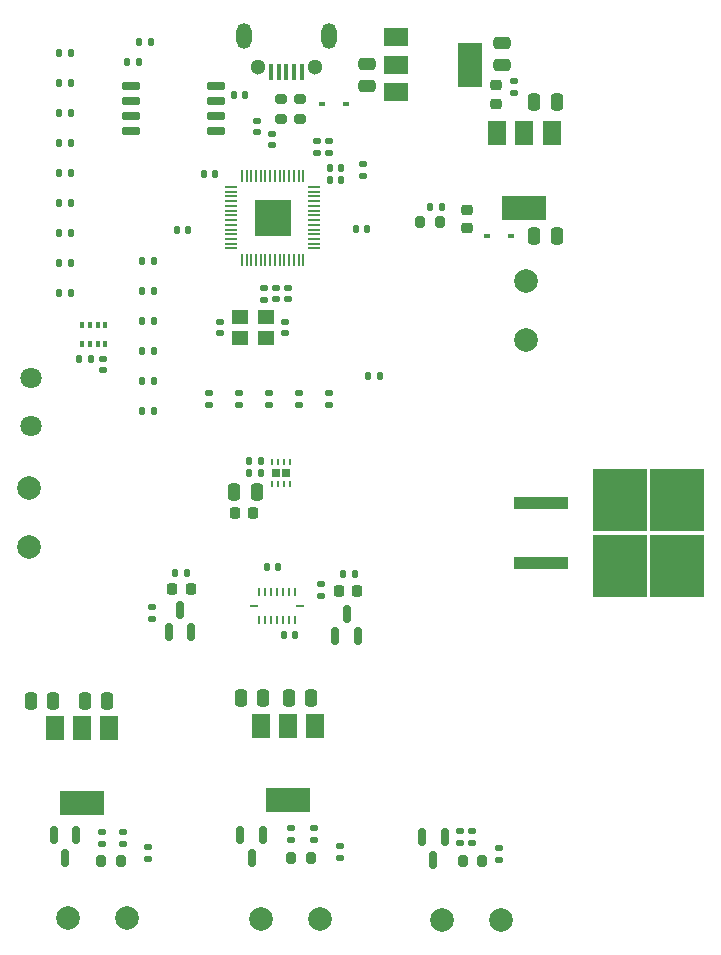
<source format=gbr>
%TF.GenerationSoftware,KiCad,Pcbnew,(6.0.10)*%
%TF.CreationDate,2023-02-23T14:30:16-05:00*%
%TF.ProjectId,rp2040_v0,72703230-3430-45f7-9630-2e6b69636164,rev?*%
%TF.SameCoordinates,Original*%
%TF.FileFunction,Paste,Top*%
%TF.FilePolarity,Positive*%
%FSLAX46Y46*%
G04 Gerber Fmt 4.6, Leading zero omitted, Abs format (unit mm)*
G04 Created by KiCad (PCBNEW (6.0.10)) date 2023-02-23 14:30:16*
%MOMM*%
%LPD*%
G01*
G04 APERTURE LIST*
G04 Aperture macros list*
%AMRoundRect*
0 Rectangle with rounded corners*
0 $1 Rounding radius*
0 $2 $3 $4 $5 $6 $7 $8 $9 X,Y pos of 4 corners*
0 Add a 4 corners polygon primitive as box body*
4,1,4,$2,$3,$4,$5,$6,$7,$8,$9,$2,$3,0*
0 Add four circle primitives for the rounded corners*
1,1,$1+$1,$2,$3*
1,1,$1+$1,$4,$5*
1,1,$1+$1,$6,$7*
1,1,$1+$1,$8,$9*
0 Add four rect primitives between the rounded corners*
20,1,$1+$1,$2,$3,$4,$5,0*
20,1,$1+$1,$4,$5,$6,$7,0*
20,1,$1+$1,$6,$7,$8,$9,0*
20,1,$1+$1,$8,$9,$2,$3,0*%
G04 Aperture macros list end*
%ADD10RoundRect,0.135000X0.185000X-0.135000X0.185000X0.135000X-0.185000X0.135000X-0.185000X-0.135000X0*%
%ADD11R,1.500000X2.000000*%
%ADD12R,3.800000X2.000000*%
%ADD13RoundRect,0.150000X-0.150000X0.587500X-0.150000X-0.587500X0.150000X-0.587500X0.150000X0.587500X0*%
%ADD14R,4.550000X5.250000*%
%ADD15R,4.600000X1.100000*%
%ADD16RoundRect,0.250000X-0.250000X-0.475000X0.250000X-0.475000X0.250000X0.475000X-0.250000X0.475000X0*%
%ADD17R,0.800000X0.250000*%
%ADD18R,0.250000X0.800000*%
%ADD19RoundRect,0.135000X0.135000X0.185000X-0.135000X0.185000X-0.135000X-0.185000X0.135000X-0.185000X0*%
%ADD20RoundRect,0.150000X0.150000X-0.587500X0.150000X0.587500X-0.150000X0.587500X-0.150000X-0.587500X0*%
%ADD21RoundRect,0.135000X-0.185000X0.135000X-0.185000X-0.135000X0.185000X-0.135000X0.185000X0.135000X0*%
%ADD22RoundRect,0.140000X0.140000X0.170000X-0.140000X0.170000X-0.140000X-0.170000X0.140000X-0.170000X0*%
%ADD23RoundRect,0.135000X-0.135000X-0.185000X0.135000X-0.185000X0.135000X0.185000X-0.135000X0.185000X0*%
%ADD24RoundRect,0.250000X0.475000X-0.250000X0.475000X0.250000X-0.475000X0.250000X-0.475000X-0.250000X0*%
%ADD25C,2.000000*%
%ADD26RoundRect,0.140000X-0.140000X-0.170000X0.140000X-0.170000X0.140000X0.170000X-0.140000X0.170000X0*%
%ADD27R,0.600000X0.450000*%
%ADD28RoundRect,0.200000X-0.200000X-0.275000X0.200000X-0.275000X0.200000X0.275000X-0.200000X0.275000X0*%
%ADD29RoundRect,0.250000X0.250000X0.475000X-0.250000X0.475000X-0.250000X-0.475000X0.250000X-0.475000X0*%
%ADD30RoundRect,0.140000X-0.170000X0.140000X-0.170000X-0.140000X0.170000X-0.140000X0.170000X0.140000X0*%
%ADD31RoundRect,0.140000X0.170000X-0.140000X0.170000X0.140000X-0.170000X0.140000X-0.170000X-0.140000X0*%
%ADD32RoundRect,0.218750X0.256250X-0.218750X0.256250X0.218750X-0.256250X0.218750X-0.256250X-0.218750X0*%
%ADD33R,1.100000X0.200000*%
%ADD34R,0.200000X1.100000*%
%ADD35R,3.100000X3.100000*%
%ADD36R,2.000000X1.500000*%
%ADD37R,2.000000X3.800000*%
%ADD38RoundRect,0.250000X-0.475000X0.250000X-0.475000X-0.250000X0.475000X-0.250000X0.475000X0.250000X0*%
%ADD39RoundRect,0.200000X0.275000X-0.200000X0.275000X0.200000X-0.275000X0.200000X-0.275000X-0.200000X0*%
%ADD40RoundRect,0.218750X0.218750X0.256250X-0.218750X0.256250X-0.218750X-0.256250X0.218750X-0.256250X0*%
%ADD41R,0.400000X1.400000*%
%ADD42C,1.300000*%
%ADD43O,1.300000X2.200000*%
%ADD44RoundRect,0.150000X-0.650000X-0.150000X0.650000X-0.150000X0.650000X0.150000X-0.650000X0.150000X0*%
%ADD45R,0.650000X0.750000*%
%ADD46R,0.250000X0.500000*%
%ADD47RoundRect,0.200000X0.200000X0.275000X-0.200000X0.275000X-0.200000X-0.275000X0.200000X-0.275000X0*%
%ADD48RoundRect,0.200000X-0.275000X0.200000X-0.275000X-0.200000X0.275000X-0.200000X0.275000X0.200000X0*%
%ADD49R,0.350000X0.500000*%
%ADD50RoundRect,0.218750X-0.218750X-0.256250X0.218750X-0.256250X0.218750X0.256250X-0.218750X0.256250X0*%
%ADD51R,1.400000X1.200000*%
%ADD52RoundRect,0.225000X0.225000X0.250000X-0.225000X0.250000X-0.225000X-0.250000X0.225000X-0.250000X0*%
%ADD53C,1.800000*%
G04 APERTURE END LIST*
D10*
%TO.C,R55*%
X139836000Y-115810000D03*
X139836000Y-114790000D03*
%TD*%
%TO.C,R53*%
X123600000Y-115910000D03*
X123600000Y-114890000D03*
%TD*%
%TO.C,R42*%
X153300000Y-116010000D03*
X153300000Y-114990000D03*
%TD*%
%TO.C,R40*%
X141800000Y-58100000D03*
X141800000Y-57080000D03*
%TD*%
D11*
%TO.C,U7*%
X115686000Y-104828000D03*
X117986000Y-104828000D03*
D12*
X117986000Y-111128000D03*
D11*
X120286000Y-104828000D03*
%TD*%
D13*
%TO.C,Q2*%
X147738000Y-115949500D03*
X146788000Y-114074500D03*
X148688000Y-114074500D03*
%TD*%
D14*
%TO.C,R39*%
X163550000Y-91075000D03*
X168400000Y-85525000D03*
X163550000Y-85525000D03*
X168400000Y-91075000D03*
D15*
X156825000Y-85760000D03*
X156825000Y-90840000D03*
%TD*%
D16*
%TO.C,C25*%
X133330000Y-102300000D03*
X131430000Y-102300000D03*
%TD*%
D17*
%TO.C,U5*%
X136410000Y-94476500D03*
D18*
X136000000Y-93276500D03*
X135500000Y-93276500D03*
X135000000Y-93276500D03*
X134500000Y-93276500D03*
X134000000Y-93276500D03*
X133500000Y-93276500D03*
X133000000Y-93276500D03*
D17*
X132590000Y-94476500D03*
D18*
X133000000Y-95676500D03*
X133500000Y-95676500D03*
X134000000Y-95676500D03*
X134500000Y-95676500D03*
X135000000Y-95676500D03*
X135500000Y-95676500D03*
X136000000Y-95676500D03*
%TD*%
D19*
%TO.C,R25*%
X124081000Y-67831000D03*
X123061000Y-67831000D03*
%TD*%
D20*
%TO.C,Q1*%
X140400000Y-95162500D03*
X141350000Y-97037500D03*
X139450000Y-97037500D03*
%TD*%
D21*
%TO.C,R6*%
X154559000Y-50036000D03*
X154559000Y-51056000D03*
%TD*%
D22*
%TO.C,C12*%
X127002000Y-62605000D03*
X126042000Y-62605000D03*
%TD*%
D23*
%TO.C,R17*%
X116071000Y-60330000D03*
X117091000Y-60330000D03*
%TD*%
D24*
%TO.C,C5*%
X153543000Y-48702000D03*
X153543000Y-46802000D03*
%TD*%
D25*
%TO.C,J27*%
X116803000Y-120887500D03*
X121803000Y-120887500D03*
%TD*%
D26*
%TO.C,C17*%
X141169000Y-62592000D03*
X142129000Y-62592000D03*
%TD*%
D10*
%TO.C,R57*%
X137636000Y-113311500D03*
X137636000Y-114331500D03*
%TD*%
D23*
%TO.C,R33*%
X140090000Y-91800000D03*
X141110000Y-91800000D03*
%TD*%
D27*
%TO.C,D1*%
X138269000Y-51956000D03*
X140369000Y-51956000D03*
%TD*%
D16*
%TO.C,C24*%
X115550000Y-102500000D03*
X113650000Y-102500000D03*
%TD*%
D28*
%TO.C,R41*%
X151865000Y-116028000D03*
X150215000Y-116028000D03*
%TD*%
D10*
%TO.C,R56*%
X121459000Y-113641500D03*
X121459000Y-114661500D03*
%TD*%
D13*
%TO.C,Q5*%
X132350000Y-115775000D03*
X131400000Y-113900000D03*
X133300000Y-113900000D03*
%TD*%
D21*
%TO.C,R32*%
X138200000Y-92590000D03*
X138200000Y-93610000D03*
%TD*%
D29*
%TO.C,C38*%
X132775000Y-84825000D03*
X130875000Y-84825000D03*
%TD*%
D26*
%TO.C,C21*%
X134623000Y-91179500D03*
X133663000Y-91179500D03*
%TD*%
%TO.C,C19*%
X138966000Y-58433000D03*
X139926000Y-58433000D03*
%TD*%
D30*
%TO.C,C1*%
X129692000Y-70399000D03*
X129692000Y-71359000D03*
%TD*%
%TO.C,C3*%
X135182000Y-70399000D03*
X135182000Y-71359000D03*
%TD*%
D23*
%TO.C,R16*%
X116076000Y-57780000D03*
X117096000Y-57780000D03*
%TD*%
D31*
%TO.C,C16*%
X138922000Y-56085000D03*
X138922000Y-55125000D03*
%TD*%
D21*
%TO.C,R59*%
X135700000Y-114331500D03*
X135700000Y-113311500D03*
%TD*%
D32*
%TO.C,D4*%
X150622000Y-62509500D03*
X150622000Y-60934500D03*
%TD*%
D19*
%TO.C,R22*%
X124081000Y-75451000D03*
X123061000Y-75451000D03*
%TD*%
D33*
%TO.C,U3*%
X130572000Y-59005000D03*
X130572000Y-59405000D03*
X130572000Y-59805000D03*
X130572000Y-60205000D03*
X130572000Y-60605000D03*
X130572000Y-61005000D03*
X130572000Y-61405000D03*
X130572000Y-61805000D03*
X130572000Y-62205000D03*
X130572000Y-62605000D03*
X130572000Y-63005000D03*
X130572000Y-63405000D03*
X130572000Y-63805000D03*
X130572000Y-64205000D03*
D34*
X131522000Y-65155000D03*
X131922000Y-65155000D03*
X132322000Y-65155000D03*
X132722000Y-65155000D03*
X133122000Y-65155000D03*
X133522000Y-65155000D03*
X133922000Y-65155000D03*
X134322000Y-65155000D03*
X134722000Y-65155000D03*
X135122000Y-65155000D03*
X135522000Y-65155000D03*
X135922000Y-65155000D03*
X136322000Y-65155000D03*
X136722000Y-65155000D03*
D33*
X137672000Y-64205000D03*
X137672000Y-63805000D03*
X137672000Y-63405000D03*
X137672000Y-63005000D03*
X137672000Y-62605000D03*
X137672000Y-62205000D03*
X137672000Y-61805000D03*
X137672000Y-61405000D03*
X137672000Y-61005000D03*
X137672000Y-60605000D03*
X137672000Y-60205000D03*
X137672000Y-59805000D03*
X137672000Y-59405000D03*
X137672000Y-59005000D03*
D34*
X136722000Y-58055000D03*
X136322000Y-58055000D03*
X135922000Y-58055000D03*
X135522000Y-58055000D03*
X135122000Y-58055000D03*
X134722000Y-58055000D03*
X134322000Y-58055000D03*
X133922000Y-58055000D03*
X133522000Y-58055000D03*
X133122000Y-58055000D03*
X132722000Y-58055000D03*
X132322000Y-58055000D03*
X131922000Y-58055000D03*
X131522000Y-58055000D03*
D35*
X134122000Y-61605000D03*
%TD*%
D26*
%TO.C,C20*%
X136024000Y-96894500D03*
X135064000Y-96894500D03*
%TD*%
%TO.C,C23*%
X117757000Y-73546000D03*
X118717000Y-73546000D03*
%TD*%
D16*
%TO.C,C27*%
X120122000Y-102500000D03*
X118222000Y-102500000D03*
%TD*%
D23*
%TO.C,R19*%
X116071000Y-65410000D03*
X117091000Y-65410000D03*
%TD*%
D36*
%TO.C,U2*%
X144551000Y-46341000D03*
D37*
X150851000Y-48641000D03*
D36*
X144551000Y-48641000D03*
X144551000Y-50941000D03*
%TD*%
D21*
%TO.C,R45*%
X150000000Y-114506000D03*
X150000000Y-113486000D03*
%TD*%
D26*
%TO.C,C4*%
X131798000Y-51194000D03*
X130838000Y-51194000D03*
%TD*%
D28*
%TO.C,R52*%
X121284000Y-116107500D03*
X119634000Y-116107500D03*
%TD*%
D38*
%TO.C,C2*%
X142113000Y-48580000D03*
X142113000Y-50480000D03*
%TD*%
D13*
%TO.C,Q4*%
X116550000Y-115775000D03*
X115600000Y-113900000D03*
X117500000Y-113900000D03*
%TD*%
D16*
%TO.C,C11*%
X156276000Y-63119000D03*
X158176000Y-63119000D03*
%TD*%
D23*
%TO.C,R13*%
X116071000Y-52710000D03*
X117091000Y-52710000D03*
%TD*%
D19*
%TO.C,R23*%
X124081000Y-72911000D03*
X123061000Y-72911000D03*
%TD*%
%TO.C,R26*%
X124081000Y-65291000D03*
X123061000Y-65291000D03*
%TD*%
D10*
%TO.C,R35*%
X131281000Y-77474000D03*
X131281000Y-76454000D03*
%TD*%
D29*
%TO.C,C9*%
X158176000Y-51816000D03*
X156276000Y-51816000D03*
%TD*%
D30*
%TO.C,C6*%
X132842000Y-53381000D03*
X132842000Y-54341000D03*
%TD*%
D39*
%TO.C,R4*%
X134818500Y-53230000D03*
X134818500Y-51580000D03*
%TD*%
D40*
%TO.C,D5*%
X141287500Y-93200000D03*
X139712500Y-93200000D03*
%TD*%
D10*
%TO.C,R38*%
X138900000Y-77450000D03*
X138900000Y-76430000D03*
%TD*%
D21*
%TO.C,R58*%
X119659000Y-114661500D03*
X119659000Y-113641500D03*
%TD*%
D25*
%TO.C,J25*%
X148500000Y-121100000D03*
X153500000Y-121100000D03*
%TD*%
%TO.C,J28*%
X133156000Y-120995500D03*
X138156000Y-120995500D03*
%TD*%
D23*
%TO.C,R9*%
X116073000Y-47630000D03*
X117093000Y-47630000D03*
%TD*%
D41*
%TO.C,J5*%
X136594500Y-49225500D03*
X135944500Y-49225500D03*
X135294500Y-49225500D03*
X134644500Y-49225500D03*
X133994500Y-49225500D03*
D42*
X132874500Y-48855500D03*
D43*
X131694500Y-46185500D03*
X138894500Y-46185500D03*
D42*
X137714500Y-48855500D03*
%TD*%
D23*
%TO.C,R2*%
X121791000Y-48400000D03*
X122811000Y-48400000D03*
%TD*%
D44*
%TO.C,U1*%
X122130000Y-50410000D03*
X122130000Y-51680000D03*
X122130000Y-52950000D03*
X122130000Y-54220000D03*
X129330000Y-54220000D03*
X129330000Y-52950000D03*
X129330000Y-51680000D03*
X129330000Y-50410000D03*
%TD*%
D16*
%TO.C,C28*%
X137394000Y-102300000D03*
X135494000Y-102300000D03*
%TD*%
D10*
%TO.C,R3*%
X133362000Y-68535000D03*
X133362000Y-67515000D03*
%TD*%
D19*
%TO.C,R21*%
X124081000Y-77991000D03*
X123061000Y-77991000D03*
%TD*%
D23*
%TO.C,R12*%
X116071000Y-50170000D03*
X117091000Y-50170000D03*
%TD*%
D10*
%TO.C,R36*%
X136400000Y-77450000D03*
X136400000Y-76430000D03*
%TD*%
%TO.C,R34*%
X128741000Y-77472000D03*
X128741000Y-76452000D03*
%TD*%
D23*
%TO.C,R20*%
X116071000Y-67950000D03*
X117091000Y-67950000D03*
%TD*%
D45*
%TO.C,U12*%
X135225000Y-83225000D03*
X134425000Y-83225000D03*
D46*
X134075000Y-84175000D03*
X134575000Y-84175000D03*
X135075000Y-84175000D03*
X135575000Y-84175000D03*
X135575000Y-82275000D03*
X135075000Y-82275000D03*
X134575000Y-82275000D03*
X134075000Y-82275000D03*
%TD*%
D10*
%TO.C,R37*%
X133853000Y-77444000D03*
X133853000Y-76424000D03*
%TD*%
D26*
%TO.C,C14*%
X138966000Y-57400000D03*
X139926000Y-57400000D03*
%TD*%
D25*
%TO.C,J23*%
X113500000Y-89500000D03*
X113500000Y-84500000D03*
%TD*%
D19*
%TO.C,R24*%
X124081000Y-70371000D03*
X123061000Y-70371000D03*
%TD*%
D32*
%TO.C,D6*%
X153035000Y-51968500D03*
X153035000Y-50393500D03*
%TD*%
D31*
%TO.C,C18*%
X134112000Y-55484000D03*
X134112000Y-54524000D03*
%TD*%
D11*
%TO.C,U8*%
X133128000Y-104643000D03*
X135428000Y-104643000D03*
D12*
X135428000Y-110943000D03*
D11*
X137728000Y-104643000D03*
%TD*%
D47*
%TO.C,R43*%
X148272000Y-61976000D03*
X146622000Y-61976000D03*
%TD*%
D19*
%TO.C,R1*%
X123825000Y-46749000D03*
X122805000Y-46749000D03*
%TD*%
D22*
%TO.C,C15*%
X129258000Y-57925000D03*
X128298000Y-57925000D03*
%TD*%
D30*
%TO.C,C22*%
X119761000Y-73574000D03*
X119761000Y-74534000D03*
%TD*%
D48*
%TO.C,R5*%
X136418500Y-51580000D03*
X136418500Y-53230000D03*
%TD*%
D49*
%TO.C,U6*%
X118024000Y-72314000D03*
X118674000Y-72314000D03*
X119324000Y-72314000D03*
X119974000Y-72314000D03*
X119974000Y-70714000D03*
X119324000Y-70714000D03*
X118674000Y-70714000D03*
X118024000Y-70714000D03*
%TD*%
D50*
%TO.C,D3*%
X125612500Y-93000000D03*
X127187500Y-93000000D03*
%TD*%
D28*
%TO.C,R54*%
X137361000Y-115853500D03*
X135711000Y-115853500D03*
%TD*%
D19*
%TO.C,R8*%
X143210000Y-75000000D03*
X142190000Y-75000000D03*
%TD*%
D11*
%TO.C,U4*%
X157748000Y-54453000D03*
D12*
X155448000Y-60753000D03*
D11*
X155448000Y-54453000D03*
X153148000Y-54453000D03*
%TD*%
D51*
%TO.C,X1*%
X131362000Y-71755000D03*
X133562000Y-71755000D03*
X133562000Y-69995000D03*
X131362000Y-69995000D03*
%TD*%
D23*
%TO.C,R18*%
X116071000Y-62870000D03*
X117091000Y-62870000D03*
%TD*%
%TO.C,R11*%
X125890000Y-91700000D03*
X126910000Y-91700000D03*
%TD*%
D25*
%TO.C,J12*%
X155575000Y-66969000D03*
X155575000Y-71969000D03*
%TD*%
D22*
%TO.C,C40*%
X133105000Y-82225000D03*
X132145000Y-82225000D03*
%TD*%
D23*
%TO.C,R14*%
X116071000Y-55250000D03*
X117091000Y-55250000D03*
%TD*%
D52*
%TO.C,C37*%
X132475000Y-86625000D03*
X130925000Y-86625000D03*
%TD*%
D27*
%TO.C,D2*%
X152239000Y-63119000D03*
X154339000Y-63119000D03*
%TD*%
D53*
%TO.C,BZ1*%
X113700000Y-75200000D03*
X113700000Y-79200000D03*
%TD*%
D21*
%TO.C,R10*%
X123900000Y-94580000D03*
X123900000Y-95600000D03*
%TD*%
D22*
%TO.C,C39*%
X133105000Y-83225000D03*
X132145000Y-83225000D03*
%TD*%
D10*
%TO.C,R44*%
X151040000Y-113486000D03*
X151040000Y-114506000D03*
%TD*%
D30*
%TO.C,C13*%
X134452000Y-67535000D03*
X134452000Y-68495000D03*
%TD*%
D20*
%TO.C,Q3*%
X125350000Y-96700000D03*
X127250000Y-96700000D03*
X126300000Y-94825000D03*
%TD*%
D31*
%TO.C,C8*%
X135452000Y-68495000D03*
X135452000Y-67535000D03*
%TD*%
%TO.C,C7*%
X137922000Y-56085000D03*
X137922000Y-55125000D03*
%TD*%
D23*
%TO.C,R7*%
X147445000Y-60706000D03*
X148465000Y-60706000D03*
%TD*%
M02*

</source>
